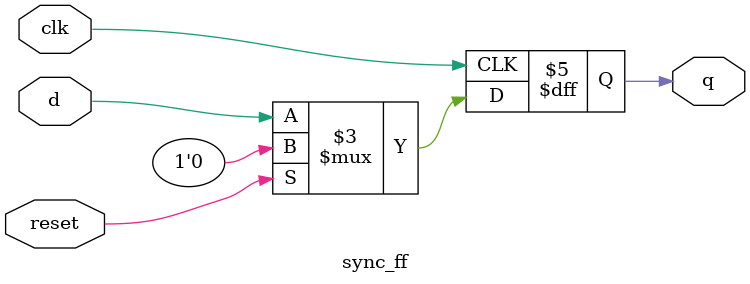
<source format=sv>
`timescale 1ns / 1ps


module sync_ff(
    input logic clk,       // Clock input
    input logic reset,     // Synchronous reset input
    input logic d,         // Data input
    output logic q         // Output
);

    // Always block for the flip-flop behavior
    always_ff @(posedge clk) begin
        if (reset) begin
            q <= 1'b0;     // Reset the output to 0 synchronously
        end else begin
            q <= d;        // Update the output with input 'd' on clock edge
        end
    end

endmodule


</source>
